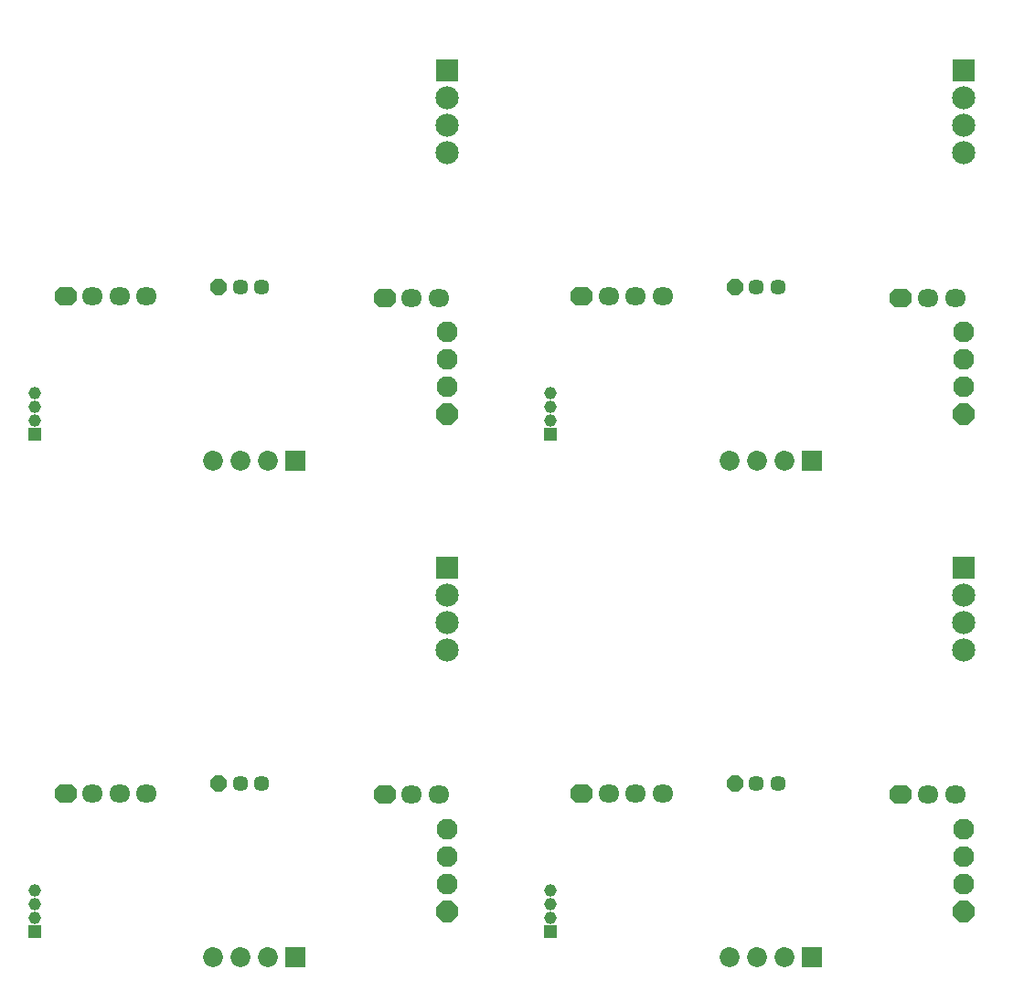
<source format=gbs>
G04*
G04 #@! TF.GenerationSoftware,Altium Limited,Altium Designer,20.1.10 (176)*
G04*
G04 Layer_Color=16711935*
%FSLAX44Y44*%
%MOMM*%
G71*
G04*
G04 #@! TF.SameCoordinates,9745D311-7863-4EED-B8D5-1BD438EF7D2D*
G04*
G04*
G04 #@! TF.FilePolarity,Negative*
G04*
G01*
G75*
%ADD61C,1.1500*%
%ADD62R,1.1500X1.1500*%
%ADD63O,1.9500X1.6500*%
G04:AMPARAMS|DCode=64|XSize=1.95mm|YSize=1.65mm|CornerRadius=0mm|HoleSize=0mm|Usage=FLASHONLY|Rotation=360.000|XOffset=0mm|YOffset=0mm|HoleType=Round|Shape=Octagon|*
%AMOCTAGOND64*
4,1,8,0.9750,-0.4125,0.9750,0.4125,0.5625,0.8250,-0.5625,0.8250,-0.9750,0.4125,-0.9750,-0.4125,-0.5625,-0.8250,0.5625,-0.8250,0.9750,-0.4125,0.0*
%
%ADD64OCTAGOND64*%

%ADD65C,1.9500*%
%ADD66P,2.1107X8X112.5*%
%ADD67P,1.5695X8X382.5*%
%ADD68C,1.4500*%
%ADD69C,1.8500*%
%ADD70R,1.8500X1.8500*%
%ADD71C,0.1500*%
%ADD73C,2.1500*%
%ADD74R,2.1500X2.1500*%
D61*
X500750Y64539D02*
D03*
Y51839D02*
D03*
Y77239D02*
D03*
Y524539D02*
D03*
Y511839D02*
D03*
Y537239D02*
D03*
X22750Y524539D02*
D03*
Y511839D02*
D03*
Y537239D02*
D03*
Y64539D02*
D03*
Y51839D02*
D03*
Y77239D02*
D03*
D62*
X500750Y39139D02*
D03*
Y499139D02*
D03*
X22750D02*
D03*
Y39139D02*
D03*
D63*
X875000Y166000D02*
D03*
X850000D02*
D03*
X579500Y167000D02*
D03*
X554500D02*
D03*
X604500D02*
D03*
X875000Y626000D02*
D03*
X850000D02*
D03*
X579500Y627000D02*
D03*
X554500D02*
D03*
X604500D02*
D03*
X397000Y626000D02*
D03*
X372000D02*
D03*
X101500Y627000D02*
D03*
X76500D02*
D03*
X126500D02*
D03*
X397000Y166000D02*
D03*
X372000D02*
D03*
X101500Y167000D02*
D03*
X76500D02*
D03*
X126500D02*
D03*
D64*
X825000Y166000D02*
D03*
X529500Y167000D02*
D03*
X825000Y626000D02*
D03*
X529500Y627000D02*
D03*
X347000Y626000D02*
D03*
X51500Y627000D02*
D03*
X347000Y166000D02*
D03*
X51500Y167000D02*
D03*
D65*
X883000Y134100D02*
D03*
Y108700D02*
D03*
Y83300D02*
D03*
Y594100D02*
D03*
Y568700D02*
D03*
Y543300D02*
D03*
X405000Y594100D02*
D03*
Y568700D02*
D03*
Y543300D02*
D03*
Y134100D02*
D03*
Y108700D02*
D03*
Y83300D02*
D03*
D66*
X883000Y57900D02*
D03*
Y517900D02*
D03*
X405000D02*
D03*
Y57900D02*
D03*
D67*
X671000Y176000D02*
D03*
Y636000D02*
D03*
X193000D02*
D03*
Y176000D02*
D03*
D68*
X691000D02*
D03*
X711000D02*
D03*
X691000Y636000D02*
D03*
X711000D02*
D03*
X213000D02*
D03*
X233000D02*
D03*
X213000Y176000D02*
D03*
X233000D02*
D03*
D69*
X665900Y15000D02*
D03*
X716700D02*
D03*
X691300D02*
D03*
X665900Y475000D02*
D03*
X716700D02*
D03*
X691300D02*
D03*
X187900D02*
D03*
X238700D02*
D03*
X213300D02*
D03*
X187900Y15000D02*
D03*
X238700D02*
D03*
X213300D02*
D03*
D70*
X742100D02*
D03*
Y475000D02*
D03*
X264100D02*
D03*
Y15000D02*
D03*
D71*
X492000Y189000D02*
D03*
X916000Y189000D02*
D03*
Y15000D02*
D03*
X492000Y15000D02*
D03*
X492000Y245000D02*
D03*
X916000Y245000D02*
D03*
Y419000D02*
D03*
X492000Y419000D02*
D03*
Y705000D02*
D03*
X916000Y705000D02*
D03*
Y879000D02*
D03*
X492000Y879000D02*
D03*
X492000Y649000D02*
D03*
X916000Y649000D02*
D03*
Y475000D02*
D03*
X492000Y475000D02*
D03*
X14000Y649000D02*
D03*
X438000Y649000D02*
D03*
Y475000D02*
D03*
X14000Y475000D02*
D03*
X14000Y705000D02*
D03*
X438000Y705000D02*
D03*
Y879000D02*
D03*
X14000Y879000D02*
D03*
Y245000D02*
D03*
X438000Y245000D02*
D03*
Y419000D02*
D03*
X14000Y419000D02*
D03*
X14000Y189000D02*
D03*
X438000Y189000D02*
D03*
Y15000D02*
D03*
X14000Y15000D02*
D03*
D73*
X882891Y299865D02*
D03*
Y350665D02*
D03*
Y325265D02*
D03*
Y759865D02*
D03*
Y810665D02*
D03*
Y785265D02*
D03*
X404891Y759865D02*
D03*
Y810665D02*
D03*
Y785265D02*
D03*
Y299865D02*
D03*
Y350665D02*
D03*
Y325265D02*
D03*
D74*
X882891Y376065D02*
D03*
Y836065D02*
D03*
X404891D02*
D03*
Y376065D02*
D03*
M02*

</source>
